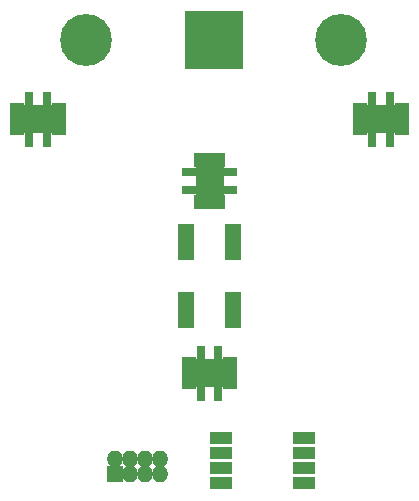
<source format=gbr>
G04 #@! TF.GenerationSoftware,KiCad,Pcbnew,(5.0.0)*
G04 #@! TF.CreationDate,2019-05-30T18:33:39-04:00*
G04 #@! TF.ProjectId,Tiny-er T,54696E792D657220542E6B696361645F,rev?*
G04 #@! TF.SameCoordinates,Original*
G04 #@! TF.FileFunction,Soldermask,Bot*
G04 #@! TF.FilePolarity,Negative*
%FSLAX46Y46*%
G04 Gerber Fmt 4.6, Leading zero omitted, Abs format (unit mm)*
G04 Created by KiCad (PCBNEW (5.0.0)) date 05/30/19 18:33:39*
%MOMM*%
%LPD*%
G01*
G04 APERTURE LIST*
%ADD10R,1.950000X1.000000*%
%ADD11R,1.400000X3.150000*%
%ADD12R,2.450000X2.450000*%
%ADD13R,1.249884X0.679908*%
%ADD14R,0.679908X1.249884*%
%ADD15C,4.400000*%
%ADD16R,4.900000X4.900000*%
%ADD17O,1.400000X1.400000*%
%ADD18R,1.400000X1.400000*%
G04 APERTURE END LIST*
D10*
G04 #@! TO.C,U1*
X111000000Y-115500000D03*
X111000000Y-116765000D03*
X111000000Y-118035000D03*
X111000000Y-119305000D03*
X118000000Y-119305000D03*
X118000000Y-118035000D03*
X118000000Y-116765000D03*
X118000000Y-115495000D03*
G04 #@! TD*
D11*
G04 #@! TO.C,SW1*
X112000000Y-98870000D03*
X112000000Y-104630000D03*
X108000000Y-104630000D03*
X108000000Y-98870000D03*
G04 #@! TD*
D12*
G04 #@! TO.C,U4*
X110000000Y-93750000D03*
D13*
X108269000Y-94500001D03*
D14*
X108999999Y-95519001D03*
X109500001Y-95519001D03*
X110000000Y-95519001D03*
X110499999Y-95519001D03*
X111000001Y-95519001D03*
D13*
X111731000Y-94500001D03*
X111731000Y-92999999D03*
D14*
X111000001Y-91980999D03*
X110499999Y-91980999D03*
X110000000Y-91980999D03*
X109500001Y-91980999D03*
X108999999Y-91980999D03*
D13*
X108269000Y-92999999D03*
G04 #@! TD*
D12*
G04 #@! TO.C,U3*
X124500000Y-88500000D03*
D14*
X125250001Y-90231000D03*
D13*
X126269001Y-89500001D03*
X126269001Y-88999999D03*
X126269001Y-88500000D03*
X126269001Y-88000001D03*
X126269001Y-87499999D03*
D14*
X125250001Y-86769000D03*
X123749999Y-86769000D03*
D13*
X122730999Y-87499999D03*
X122730999Y-88000001D03*
X122730999Y-88500000D03*
X122730999Y-88999999D03*
X122730999Y-89500001D03*
D14*
X123749999Y-90231000D03*
G04 #@! TD*
D12*
G04 #@! TO.C,U5*
X110000000Y-110000000D03*
D14*
X110750001Y-111731000D03*
D13*
X111769001Y-111000001D03*
X111769001Y-110499999D03*
X111769001Y-110000000D03*
X111769001Y-109500001D03*
X111769001Y-108999999D03*
D14*
X110750001Y-108269000D03*
X109249999Y-108269000D03*
D13*
X108230999Y-108999999D03*
X108230999Y-109500001D03*
X108230999Y-110000000D03*
X108230999Y-110499999D03*
X108230999Y-111000001D03*
D14*
X109249999Y-111731000D03*
G04 #@! TD*
G04 #@! TO.C,U6*
X94749999Y-90231000D03*
D13*
X93730999Y-89500001D03*
X93730999Y-88999999D03*
X93730999Y-88500000D03*
X93730999Y-88000001D03*
X93730999Y-87499999D03*
D14*
X94749999Y-86769000D03*
X96250001Y-86769000D03*
D13*
X97269001Y-87499999D03*
X97269001Y-88000001D03*
X97269001Y-88500000D03*
X97269001Y-88999999D03*
X97269001Y-89500001D03*
D14*
X96250001Y-90231000D03*
D12*
X95500000Y-88500000D03*
G04 #@! TD*
D15*
G04 #@! TO.C,J1*
X99567000Y-81826100D03*
X121167000Y-81826100D03*
D16*
X110367000Y-81826100D03*
G04 #@! TD*
D17*
G04 #@! TO.C,J2*
X105810000Y-117230000D03*
X105810000Y-118500000D03*
X104540000Y-117230000D03*
X104540000Y-118500000D03*
X103270000Y-117230000D03*
X103270000Y-118500000D03*
X102000000Y-117230000D03*
D18*
X102000000Y-118500000D03*
G04 #@! TD*
M02*

</source>
